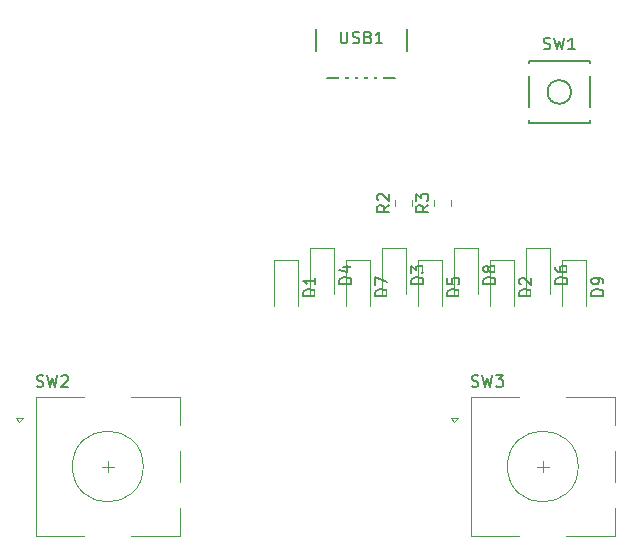
<source format=gto>
%TF.GenerationSoftware,KiCad,Pcbnew,(5.1.9)-1*%
%TF.CreationDate,2021-04-28T07:42:15+10:00*%
%TF.ProjectId,Productivity Macro,50726f64-7563-4746-9976-697479204d61,rev?*%
%TF.SameCoordinates,Original*%
%TF.FileFunction,Legend,Top*%
%TF.FilePolarity,Positive*%
%FSLAX46Y46*%
G04 Gerber Fmt 4.6, Leading zero omitted, Abs format (unit mm)*
G04 Created by KiCad (PCBNEW (5.1.9)-1) date 2021-04-28 07:42:15*
%MOMM*%
%LPD*%
G01*
G04 APERTURE LIST*
%ADD10C,0.150000*%
%ADD11C,0.120000*%
%ADD12O,1.700000X2.700000*%
%ADD13R,0.500000X2.250000*%
%ADD14R,2.000000X2.000000*%
%ADD15C,2.000000*%
%ADD16R,3.200000X2.000000*%
%ADD17R,1.800000X1.100000*%
%ADD18C,1.750000*%
%ADD19C,3.987800*%
%ADD20R,1.200000X0.900000*%
G04 APERTURE END LIST*
D10*
%TO.C,USB1*%
X228640000Y-52948000D02*
X220940000Y-52948000D01*
X220940000Y-47498000D02*
X220940000Y-52948000D01*
X228640000Y-47498000D02*
X228640000Y-52948000D01*
D11*
%TO.C,SW3*%
X239664000Y-85812000D02*
X240664000Y-85812000D01*
X240164000Y-85312000D02*
X240164000Y-86312000D01*
X246264000Y-89312000D02*
X246264000Y-91712000D01*
X246264000Y-84512000D02*
X246264000Y-87112000D01*
X246264000Y-79912000D02*
X246264000Y-82312000D01*
X232964000Y-81712000D02*
X232664000Y-82012000D01*
X232364000Y-81712000D02*
X232964000Y-81712000D01*
X232664000Y-82012000D02*
X232364000Y-81712000D01*
X234064000Y-79912000D02*
X234064000Y-91712000D01*
X238164000Y-79912000D02*
X234064000Y-79912000D01*
X238164000Y-91712000D02*
X234064000Y-91712000D01*
X246264000Y-91712000D02*
X242164000Y-91712000D01*
X242164000Y-79912000D02*
X246264000Y-79912000D01*
X243164000Y-85812000D02*
G75*
G03*
X243164000Y-85812000I-3000000J0D01*
G01*
%TO.C,SW2*%
X202834000Y-85812000D02*
X203834000Y-85812000D01*
X203334000Y-85312000D02*
X203334000Y-86312000D01*
X209434000Y-89312000D02*
X209434000Y-91712000D01*
X209434000Y-84512000D02*
X209434000Y-87112000D01*
X209434000Y-79912000D02*
X209434000Y-82312000D01*
X196134000Y-81712000D02*
X195834000Y-82012000D01*
X195534000Y-81712000D02*
X196134000Y-81712000D01*
X195834000Y-82012000D02*
X195534000Y-81712000D01*
X197234000Y-79912000D02*
X197234000Y-91712000D01*
X201334000Y-79912000D02*
X197234000Y-79912000D01*
X201334000Y-91712000D02*
X197234000Y-91712000D01*
X209434000Y-91712000D02*
X205334000Y-91712000D01*
X205334000Y-79912000D02*
X209434000Y-79912000D01*
X206334000Y-85812000D02*
G75*
G03*
X206334000Y-85812000I-3000000J0D01*
G01*
D10*
%TO.C,SW1*%
X242554000Y-54102000D02*
G75*
G03*
X242554000Y-54102000I-1000000J0D01*
G01*
X244154000Y-51502000D02*
X244154000Y-56702000D01*
X238954000Y-51502000D02*
X244154000Y-51502000D01*
X238954000Y-56702000D02*
X238954000Y-51502000D01*
X244154000Y-56702000D02*
X238954000Y-56702000D01*
D11*
%TO.C,R3*%
X230913000Y-63727064D02*
X230913000Y-63272936D01*
X232383000Y-63727064D02*
X232383000Y-63272936D01*
%TO.C,R2*%
X227611000Y-63727064D02*
X227611000Y-63272936D01*
X229081000Y-63727064D02*
X229081000Y-63272936D01*
%TO.C,D9*%
X243824000Y-68362000D02*
X241824000Y-68362000D01*
X241824000Y-68362000D02*
X241824000Y-72262000D01*
X243824000Y-68362000D02*
X243824000Y-72262000D01*
%TO.C,D8*%
X234680000Y-67346000D02*
X232680000Y-67346000D01*
X232680000Y-67346000D02*
X232680000Y-71246000D01*
X234680000Y-67346000D02*
X234680000Y-71246000D01*
%TO.C,D7*%
X225536000Y-68362000D02*
X223536000Y-68362000D01*
X223536000Y-68362000D02*
X223536000Y-72262000D01*
X225536000Y-68362000D02*
X225536000Y-72262000D01*
%TO.C,D6*%
X240776000Y-67346000D02*
X238776000Y-67346000D01*
X238776000Y-67346000D02*
X238776000Y-71246000D01*
X240776000Y-67346000D02*
X240776000Y-71246000D01*
%TO.C,D5*%
X231632000Y-68362000D02*
X229632000Y-68362000D01*
X229632000Y-68362000D02*
X229632000Y-72262000D01*
X231632000Y-68362000D02*
X231632000Y-72262000D01*
%TO.C,D4*%
X222488000Y-67346000D02*
X220488000Y-67346000D01*
X220488000Y-67346000D02*
X220488000Y-71246000D01*
X222488000Y-67346000D02*
X222488000Y-71246000D01*
%TO.C,D3*%
X228584000Y-67346000D02*
X226584000Y-67346000D01*
X226584000Y-67346000D02*
X226584000Y-71246000D01*
X228584000Y-67346000D02*
X228584000Y-71246000D01*
%TO.C,D2*%
X237728000Y-68362000D02*
X235728000Y-68362000D01*
X235728000Y-68362000D02*
X235728000Y-72262000D01*
X237728000Y-68362000D02*
X237728000Y-72262000D01*
%TO.C,D1*%
X219440000Y-68362000D02*
X217440000Y-68362000D01*
X217440000Y-68362000D02*
X217440000Y-72262000D01*
X219440000Y-68362000D02*
X219440000Y-72262000D01*
%TO.C,USB1*%
D10*
X223051904Y-48982380D02*
X223051904Y-49791904D01*
X223099523Y-49887142D01*
X223147142Y-49934761D01*
X223242380Y-49982380D01*
X223432857Y-49982380D01*
X223528095Y-49934761D01*
X223575714Y-49887142D01*
X223623333Y-49791904D01*
X223623333Y-48982380D01*
X224051904Y-49934761D02*
X224194761Y-49982380D01*
X224432857Y-49982380D01*
X224528095Y-49934761D01*
X224575714Y-49887142D01*
X224623333Y-49791904D01*
X224623333Y-49696666D01*
X224575714Y-49601428D01*
X224528095Y-49553809D01*
X224432857Y-49506190D01*
X224242380Y-49458571D01*
X224147142Y-49410952D01*
X224099523Y-49363333D01*
X224051904Y-49268095D01*
X224051904Y-49172857D01*
X224099523Y-49077619D01*
X224147142Y-49030000D01*
X224242380Y-48982380D01*
X224480476Y-48982380D01*
X224623333Y-49030000D01*
X225385238Y-49458571D02*
X225528095Y-49506190D01*
X225575714Y-49553809D01*
X225623333Y-49649047D01*
X225623333Y-49791904D01*
X225575714Y-49887142D01*
X225528095Y-49934761D01*
X225432857Y-49982380D01*
X225051904Y-49982380D01*
X225051904Y-48982380D01*
X225385238Y-48982380D01*
X225480476Y-49030000D01*
X225528095Y-49077619D01*
X225575714Y-49172857D01*
X225575714Y-49268095D01*
X225528095Y-49363333D01*
X225480476Y-49410952D01*
X225385238Y-49458571D01*
X225051904Y-49458571D01*
X226575714Y-49982380D02*
X226004285Y-49982380D01*
X226290000Y-49982380D02*
X226290000Y-48982380D01*
X226194761Y-49125238D01*
X226099523Y-49220476D01*
X226004285Y-49268095D01*
%TO.C,SW3*%
X234130666Y-79016761D02*
X234273523Y-79064380D01*
X234511619Y-79064380D01*
X234606857Y-79016761D01*
X234654476Y-78969142D01*
X234702095Y-78873904D01*
X234702095Y-78778666D01*
X234654476Y-78683428D01*
X234606857Y-78635809D01*
X234511619Y-78588190D01*
X234321142Y-78540571D01*
X234225904Y-78492952D01*
X234178285Y-78445333D01*
X234130666Y-78350095D01*
X234130666Y-78254857D01*
X234178285Y-78159619D01*
X234225904Y-78112000D01*
X234321142Y-78064380D01*
X234559238Y-78064380D01*
X234702095Y-78112000D01*
X235035428Y-78064380D02*
X235273523Y-79064380D01*
X235464000Y-78350095D01*
X235654476Y-79064380D01*
X235892571Y-78064380D01*
X236178285Y-78064380D02*
X236797333Y-78064380D01*
X236464000Y-78445333D01*
X236606857Y-78445333D01*
X236702095Y-78492952D01*
X236749714Y-78540571D01*
X236797333Y-78635809D01*
X236797333Y-78873904D01*
X236749714Y-78969142D01*
X236702095Y-79016761D01*
X236606857Y-79064380D01*
X236321142Y-79064380D01*
X236225904Y-79016761D01*
X236178285Y-78969142D01*
%TO.C,SW2*%
X197300666Y-79016761D02*
X197443523Y-79064380D01*
X197681619Y-79064380D01*
X197776857Y-79016761D01*
X197824476Y-78969142D01*
X197872095Y-78873904D01*
X197872095Y-78778666D01*
X197824476Y-78683428D01*
X197776857Y-78635809D01*
X197681619Y-78588190D01*
X197491142Y-78540571D01*
X197395904Y-78492952D01*
X197348285Y-78445333D01*
X197300666Y-78350095D01*
X197300666Y-78254857D01*
X197348285Y-78159619D01*
X197395904Y-78112000D01*
X197491142Y-78064380D01*
X197729238Y-78064380D01*
X197872095Y-78112000D01*
X198205428Y-78064380D02*
X198443523Y-79064380D01*
X198634000Y-78350095D01*
X198824476Y-79064380D01*
X199062571Y-78064380D01*
X199395904Y-78159619D02*
X199443523Y-78112000D01*
X199538761Y-78064380D01*
X199776857Y-78064380D01*
X199872095Y-78112000D01*
X199919714Y-78159619D01*
X199967333Y-78254857D01*
X199967333Y-78350095D01*
X199919714Y-78492952D01*
X199348285Y-79064380D01*
X199967333Y-79064380D01*
%TO.C,SW1*%
X240220666Y-50442761D02*
X240363523Y-50490380D01*
X240601619Y-50490380D01*
X240696857Y-50442761D01*
X240744476Y-50395142D01*
X240792095Y-50299904D01*
X240792095Y-50204666D01*
X240744476Y-50109428D01*
X240696857Y-50061809D01*
X240601619Y-50014190D01*
X240411142Y-49966571D01*
X240315904Y-49918952D01*
X240268285Y-49871333D01*
X240220666Y-49776095D01*
X240220666Y-49680857D01*
X240268285Y-49585619D01*
X240315904Y-49538000D01*
X240411142Y-49490380D01*
X240649238Y-49490380D01*
X240792095Y-49538000D01*
X241125428Y-49490380D02*
X241363523Y-50490380D01*
X241554000Y-49776095D01*
X241744476Y-50490380D01*
X241982571Y-49490380D01*
X242887333Y-50490380D02*
X242315904Y-50490380D01*
X242601619Y-50490380D02*
X242601619Y-49490380D01*
X242506380Y-49633238D01*
X242411142Y-49728476D01*
X242315904Y-49776095D01*
%TO.C,R3*%
X230450380Y-63666666D02*
X229974190Y-64000000D01*
X230450380Y-64238095D02*
X229450380Y-64238095D01*
X229450380Y-63857142D01*
X229498000Y-63761904D01*
X229545619Y-63714285D01*
X229640857Y-63666666D01*
X229783714Y-63666666D01*
X229878952Y-63714285D01*
X229926571Y-63761904D01*
X229974190Y-63857142D01*
X229974190Y-64238095D01*
X229450380Y-63333333D02*
X229450380Y-62714285D01*
X229831333Y-63047619D01*
X229831333Y-62904761D01*
X229878952Y-62809523D01*
X229926571Y-62761904D01*
X230021809Y-62714285D01*
X230259904Y-62714285D01*
X230355142Y-62761904D01*
X230402761Y-62809523D01*
X230450380Y-62904761D01*
X230450380Y-63190476D01*
X230402761Y-63285714D01*
X230355142Y-63333333D01*
%TO.C,R2*%
X227148380Y-63666666D02*
X226672190Y-64000000D01*
X227148380Y-64238095D02*
X226148380Y-64238095D01*
X226148380Y-63857142D01*
X226196000Y-63761904D01*
X226243619Y-63714285D01*
X226338857Y-63666666D01*
X226481714Y-63666666D01*
X226576952Y-63714285D01*
X226624571Y-63761904D01*
X226672190Y-63857142D01*
X226672190Y-64238095D01*
X226243619Y-63285714D02*
X226196000Y-63238095D01*
X226148380Y-63142857D01*
X226148380Y-62904761D01*
X226196000Y-62809523D01*
X226243619Y-62761904D01*
X226338857Y-62714285D01*
X226434095Y-62714285D01*
X226576952Y-62761904D01*
X227148380Y-63333333D01*
X227148380Y-62714285D01*
%TO.C,D9*%
X245276380Y-71350095D02*
X244276380Y-71350095D01*
X244276380Y-71112000D01*
X244324000Y-70969142D01*
X244419238Y-70873904D01*
X244514476Y-70826285D01*
X244704952Y-70778666D01*
X244847809Y-70778666D01*
X245038285Y-70826285D01*
X245133523Y-70873904D01*
X245228761Y-70969142D01*
X245276380Y-71112000D01*
X245276380Y-71350095D01*
X245276380Y-70302476D02*
X245276380Y-70112000D01*
X245228761Y-70016761D01*
X245181142Y-69969142D01*
X245038285Y-69873904D01*
X244847809Y-69826285D01*
X244466857Y-69826285D01*
X244371619Y-69873904D01*
X244324000Y-69921523D01*
X244276380Y-70016761D01*
X244276380Y-70207238D01*
X244324000Y-70302476D01*
X244371619Y-70350095D01*
X244466857Y-70397714D01*
X244704952Y-70397714D01*
X244800190Y-70350095D01*
X244847809Y-70302476D01*
X244895428Y-70207238D01*
X244895428Y-70016761D01*
X244847809Y-69921523D01*
X244800190Y-69873904D01*
X244704952Y-69826285D01*
%TO.C,D8*%
X236132380Y-70334095D02*
X235132380Y-70334095D01*
X235132380Y-70096000D01*
X235180000Y-69953142D01*
X235275238Y-69857904D01*
X235370476Y-69810285D01*
X235560952Y-69762666D01*
X235703809Y-69762666D01*
X235894285Y-69810285D01*
X235989523Y-69857904D01*
X236084761Y-69953142D01*
X236132380Y-70096000D01*
X236132380Y-70334095D01*
X235560952Y-69191238D02*
X235513333Y-69286476D01*
X235465714Y-69334095D01*
X235370476Y-69381714D01*
X235322857Y-69381714D01*
X235227619Y-69334095D01*
X235180000Y-69286476D01*
X235132380Y-69191238D01*
X235132380Y-69000761D01*
X235180000Y-68905523D01*
X235227619Y-68857904D01*
X235322857Y-68810285D01*
X235370476Y-68810285D01*
X235465714Y-68857904D01*
X235513333Y-68905523D01*
X235560952Y-69000761D01*
X235560952Y-69191238D01*
X235608571Y-69286476D01*
X235656190Y-69334095D01*
X235751428Y-69381714D01*
X235941904Y-69381714D01*
X236037142Y-69334095D01*
X236084761Y-69286476D01*
X236132380Y-69191238D01*
X236132380Y-69000761D01*
X236084761Y-68905523D01*
X236037142Y-68857904D01*
X235941904Y-68810285D01*
X235751428Y-68810285D01*
X235656190Y-68857904D01*
X235608571Y-68905523D01*
X235560952Y-69000761D01*
%TO.C,D7*%
X226988380Y-71350095D02*
X225988380Y-71350095D01*
X225988380Y-71112000D01*
X226036000Y-70969142D01*
X226131238Y-70873904D01*
X226226476Y-70826285D01*
X226416952Y-70778666D01*
X226559809Y-70778666D01*
X226750285Y-70826285D01*
X226845523Y-70873904D01*
X226940761Y-70969142D01*
X226988380Y-71112000D01*
X226988380Y-71350095D01*
X225988380Y-70445333D02*
X225988380Y-69778666D01*
X226988380Y-70207238D01*
%TO.C,D6*%
X242228380Y-70334095D02*
X241228380Y-70334095D01*
X241228380Y-70096000D01*
X241276000Y-69953142D01*
X241371238Y-69857904D01*
X241466476Y-69810285D01*
X241656952Y-69762666D01*
X241799809Y-69762666D01*
X241990285Y-69810285D01*
X242085523Y-69857904D01*
X242180761Y-69953142D01*
X242228380Y-70096000D01*
X242228380Y-70334095D01*
X241228380Y-68905523D02*
X241228380Y-69096000D01*
X241276000Y-69191238D01*
X241323619Y-69238857D01*
X241466476Y-69334095D01*
X241656952Y-69381714D01*
X242037904Y-69381714D01*
X242133142Y-69334095D01*
X242180761Y-69286476D01*
X242228380Y-69191238D01*
X242228380Y-69000761D01*
X242180761Y-68905523D01*
X242133142Y-68857904D01*
X242037904Y-68810285D01*
X241799809Y-68810285D01*
X241704571Y-68857904D01*
X241656952Y-68905523D01*
X241609333Y-69000761D01*
X241609333Y-69191238D01*
X241656952Y-69286476D01*
X241704571Y-69334095D01*
X241799809Y-69381714D01*
%TO.C,D5*%
X233084380Y-71350095D02*
X232084380Y-71350095D01*
X232084380Y-71112000D01*
X232132000Y-70969142D01*
X232227238Y-70873904D01*
X232322476Y-70826285D01*
X232512952Y-70778666D01*
X232655809Y-70778666D01*
X232846285Y-70826285D01*
X232941523Y-70873904D01*
X233036761Y-70969142D01*
X233084380Y-71112000D01*
X233084380Y-71350095D01*
X232084380Y-69873904D02*
X232084380Y-70350095D01*
X232560571Y-70397714D01*
X232512952Y-70350095D01*
X232465333Y-70254857D01*
X232465333Y-70016761D01*
X232512952Y-69921523D01*
X232560571Y-69873904D01*
X232655809Y-69826285D01*
X232893904Y-69826285D01*
X232989142Y-69873904D01*
X233036761Y-69921523D01*
X233084380Y-70016761D01*
X233084380Y-70254857D01*
X233036761Y-70350095D01*
X232989142Y-70397714D01*
%TO.C,D4*%
X223940380Y-70334095D02*
X222940380Y-70334095D01*
X222940380Y-70096000D01*
X222988000Y-69953142D01*
X223083238Y-69857904D01*
X223178476Y-69810285D01*
X223368952Y-69762666D01*
X223511809Y-69762666D01*
X223702285Y-69810285D01*
X223797523Y-69857904D01*
X223892761Y-69953142D01*
X223940380Y-70096000D01*
X223940380Y-70334095D01*
X223273714Y-68905523D02*
X223940380Y-68905523D01*
X222892761Y-69143619D02*
X223607047Y-69381714D01*
X223607047Y-68762666D01*
%TO.C,D3*%
X230036380Y-70334095D02*
X229036380Y-70334095D01*
X229036380Y-70096000D01*
X229084000Y-69953142D01*
X229179238Y-69857904D01*
X229274476Y-69810285D01*
X229464952Y-69762666D01*
X229607809Y-69762666D01*
X229798285Y-69810285D01*
X229893523Y-69857904D01*
X229988761Y-69953142D01*
X230036380Y-70096000D01*
X230036380Y-70334095D01*
X229036380Y-69429333D02*
X229036380Y-68810285D01*
X229417333Y-69143619D01*
X229417333Y-69000761D01*
X229464952Y-68905523D01*
X229512571Y-68857904D01*
X229607809Y-68810285D01*
X229845904Y-68810285D01*
X229941142Y-68857904D01*
X229988761Y-68905523D01*
X230036380Y-69000761D01*
X230036380Y-69286476D01*
X229988761Y-69381714D01*
X229941142Y-69429333D01*
%TO.C,D2*%
X239180380Y-71350095D02*
X238180380Y-71350095D01*
X238180380Y-71112000D01*
X238228000Y-70969142D01*
X238323238Y-70873904D01*
X238418476Y-70826285D01*
X238608952Y-70778666D01*
X238751809Y-70778666D01*
X238942285Y-70826285D01*
X239037523Y-70873904D01*
X239132761Y-70969142D01*
X239180380Y-71112000D01*
X239180380Y-71350095D01*
X238275619Y-70397714D02*
X238228000Y-70350095D01*
X238180380Y-70254857D01*
X238180380Y-70016761D01*
X238228000Y-69921523D01*
X238275619Y-69873904D01*
X238370857Y-69826285D01*
X238466095Y-69826285D01*
X238608952Y-69873904D01*
X239180380Y-70445333D01*
X239180380Y-69826285D01*
%TO.C,D1*%
X220892380Y-71350095D02*
X219892380Y-71350095D01*
X219892380Y-71112000D01*
X219940000Y-70969142D01*
X220035238Y-70873904D01*
X220130476Y-70826285D01*
X220320952Y-70778666D01*
X220463809Y-70778666D01*
X220654285Y-70826285D01*
X220749523Y-70873904D01*
X220844761Y-70969142D01*
X220892380Y-71112000D01*
X220892380Y-71350095D01*
X220892380Y-69826285D02*
X220892380Y-70397714D01*
X220892380Y-70112000D02*
X219892380Y-70112000D01*
X220035238Y-70207238D01*
X220130476Y-70302476D01*
X220178095Y-70397714D01*
%TD*%
%LPC*%
D12*
%TO.C,USB1*%
X228440000Y-47498000D03*
X221140000Y-47498000D03*
X221140000Y-51998000D03*
X228440000Y-51998000D03*
D13*
X226390000Y-51998000D03*
X225590000Y-51998000D03*
X224790000Y-51998000D03*
X223990000Y-51998000D03*
X223190000Y-51998000D03*
%TD*%
D14*
%TO.C,SW3*%
X232664000Y-83312000D03*
D15*
X232664000Y-85812000D03*
X232664000Y-88312000D03*
D16*
X240164000Y-80212000D03*
X240164000Y-91412000D03*
D15*
X247164000Y-83312000D03*
X247164000Y-88312000D03*
%TD*%
D14*
%TO.C,SW2*%
X195834000Y-83312000D03*
D15*
X195834000Y-85812000D03*
X195834000Y-88312000D03*
D16*
X203334000Y-80212000D03*
X203334000Y-91412000D03*
D15*
X210334000Y-83312000D03*
X210334000Y-88312000D03*
%TD*%
D17*
%TO.C,SW1*%
X244654000Y-52252000D03*
X238454000Y-55952000D03*
X244654000Y-55952000D03*
X238454000Y-52252000D03*
%TD*%
%TO.C,R3*%
G36*
G01*
X232098001Y-63100000D02*
X231197999Y-63100000D01*
G75*
G02*
X230948000Y-62850001I0J249999D01*
G01*
X230948000Y-62324999D01*
G75*
G02*
X231197999Y-62075000I249999J0D01*
G01*
X232098001Y-62075000D01*
G75*
G02*
X232348000Y-62324999I0J-249999D01*
G01*
X232348000Y-62850001D01*
G75*
G02*
X232098001Y-63100000I-249999J0D01*
G01*
G37*
G36*
G01*
X232098001Y-64925000D02*
X231197999Y-64925000D01*
G75*
G02*
X230948000Y-64675001I0J249999D01*
G01*
X230948000Y-64149999D01*
G75*
G02*
X231197999Y-63900000I249999J0D01*
G01*
X232098001Y-63900000D01*
G75*
G02*
X232348000Y-64149999I0J-249999D01*
G01*
X232348000Y-64675001D01*
G75*
G02*
X232098001Y-64925000I-249999J0D01*
G01*
G37*
%TD*%
%TO.C,R2*%
G36*
G01*
X228796001Y-63100000D02*
X227895999Y-63100000D01*
G75*
G02*
X227646000Y-62850001I0J249999D01*
G01*
X227646000Y-62324999D01*
G75*
G02*
X227895999Y-62075000I249999J0D01*
G01*
X228796001Y-62075000D01*
G75*
G02*
X229046000Y-62324999I0J-249999D01*
G01*
X229046000Y-62850001D01*
G75*
G02*
X228796001Y-63100000I-249999J0D01*
G01*
G37*
G36*
G01*
X228796001Y-64925000D02*
X227895999Y-64925000D01*
G75*
G02*
X227646000Y-64675001I0J249999D01*
G01*
X227646000Y-64149999D01*
G75*
G02*
X227895999Y-63900000I249999J0D01*
G01*
X228796001Y-63900000D01*
G75*
G02*
X229046000Y-64149999I0J-249999D01*
G01*
X229046000Y-64675001D01*
G75*
G02*
X228796001Y-64925000I-249999J0D01*
G01*
G37*
%TD*%
D18*
%TO.C,MX7*%
X245618000Y-123952000D03*
X235458000Y-123952000D03*
D19*
X240538000Y-123952000D03*
%TD*%
D18*
%TO.C,MX6*%
X226568000Y-123952000D03*
X216408000Y-123952000D03*
D19*
X221488000Y-123952000D03*
%TD*%
D18*
%TO.C,MX5*%
X207518000Y-123952000D03*
X197358000Y-123952000D03*
D19*
X202438000Y-123952000D03*
%TD*%
D18*
%TO.C,MX4*%
X245618000Y-104902000D03*
X235458000Y-104902000D03*
D19*
X240538000Y-104902000D03*
%TD*%
D18*
%TO.C,MX3*%
X226568000Y-104902000D03*
X216408000Y-104902000D03*
D19*
X221488000Y-104902000D03*
%TD*%
D18*
%TO.C,MX2*%
X207518000Y-104902000D03*
X197358000Y-104902000D03*
D19*
X202438000Y-104902000D03*
%TD*%
D18*
%TO.C,MX1*%
X226568000Y-85852000D03*
X216408000Y-85852000D03*
D19*
X221488000Y-85852000D03*
%TD*%
D20*
%TO.C,D9*%
X242824000Y-72262000D03*
X242824000Y-68962000D03*
%TD*%
%TO.C,D8*%
X233680000Y-71246000D03*
X233680000Y-67946000D03*
%TD*%
%TO.C,D7*%
X224536000Y-72262000D03*
X224536000Y-68962000D03*
%TD*%
%TO.C,D6*%
X239776000Y-71246000D03*
X239776000Y-67946000D03*
%TD*%
%TO.C,D5*%
X230632000Y-72262000D03*
X230632000Y-68962000D03*
%TD*%
%TO.C,D4*%
X221488000Y-71246000D03*
X221488000Y-67946000D03*
%TD*%
%TO.C,D3*%
X227584000Y-71246000D03*
X227584000Y-67946000D03*
%TD*%
%TO.C,D2*%
X236728000Y-72262000D03*
X236728000Y-68962000D03*
%TD*%
%TO.C,D1*%
X218440000Y-72262000D03*
X218440000Y-68962000D03*
%TD*%
M02*

</source>
